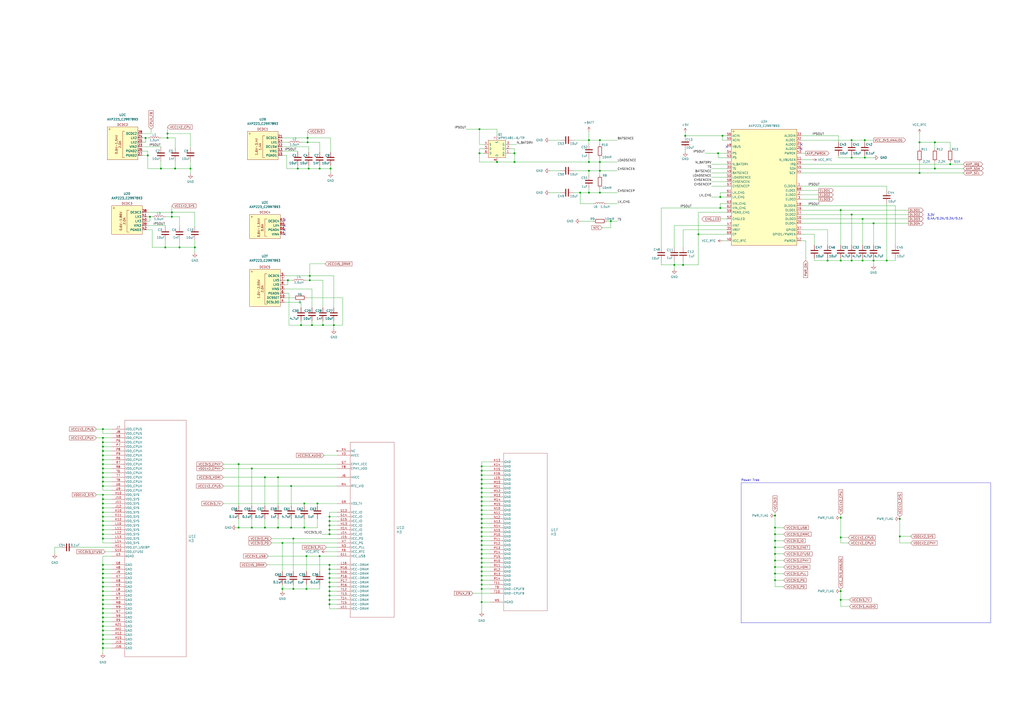
<source format=kicad_sch>
(kicad_sch (version 20250114) (generator "eeschema") (generator_version "9.0")
  (paper "A2")
  (rectangle (start 429.895 280.035) (end 574.675 361.315))
  (text "3.3V\n0.4A/0.2A/0.2A/0.1A\n" (at 537.845 127.635 0) (effects (font (size 1.27 1.27)) (justify left bottom)))
  (text "Power Tree" (at 429.895 279.4 0) (effects (font (size 1.27 1.27)) (justify left bottom)))
  (junction (at 184.15 292.1))
  (junction (at 279.4 326.39))
  (junction (at 110.49 97.79))
  (junction (at 279.4 306.07))
  (junction (at 191.135 337.82))
  (junction (at 449.58 317.5))
  (junction (at 59.69 350.52))
  (junction (at 59.69 307.34))
  (junction (at 59.69 256.54))
  (junction (at 449.58 325.12))
  (junction (at 178.435 80.01))
  (junction (at 179.705 162.56))
  (junction (at 449.58 332.74))
  (junction (at 59.69 363.22))
  (junction (at 97.155 77.47))
  (junction (at 59.69 335.28))
  (junction (at 59.69 345.44))
  (junction (at 146.05 271.78))
  (junction (at 279.4 278.13))
  (junction (at 191.135 335.28))
  (junction (at 417.83 120.65))
  (junction (at 178.435 82.55))
  (junction (at 279.4 321.31))
  (junction (at 179.705 160.02))
  (junction (at 59.69 330.2))
  (junction (at 347.98 93.98))
  (junction (at 506.73 151.13))
  (junction (at 93.345 97.79))
  (junction (at 417.83 114.3))
  (junction (at 59.69 312.42))
  (junction (at 85.725 90.17))
  (junction (at 170.18 312.42))
  (junction (at 279.4 283.21))
  (junction (at 168.91 281.94))
  (junction (at 487.68 151.13))
  (junction (at 279.4 316.23))
  (junction (at 191.135 302.26))
  (junction (at 494.03 81.28))
  (junction (at 59.69 365.76))
  (junction (at 341.63 99.06))
  (junction (at 449.58 328.93))
  (junction (at 179.07 97.79))
  (junction (at 279.4 334.01))
  (junction (at 59.69 269.24))
  (junction (at 341.63 111.76))
  (junction (at 104.14 143.51))
  (junction (at 59.69 281.94))
  (junction (at 500.38 151.13))
  (junction (at 191.135 309.88))
  (junction (at 59.69 353.06))
  (junction (at 279.4 349.25))
  (junction (at 494.03 91.44))
  (junction (at 59.69 289.56))
  (junction (at 191.135 304.8))
  (junction (at 391.16 153.67))
  (junction (at 449.58 336.55))
  (junction (at 59.69 327.66))
  (junction (at 59.69 373.38))
  (junction (at 168.91 306.07))
  (junction (at 101.6 97.79))
  (junction (at 59.69 299.72))
  (junction (at 59.69 294.64))
  (junction (at 487.68 342.9))
  (junction (at 341.63 81.28))
  (junction (at 416.56 88.9))
  (junction (at 153.67 306.07))
  (junction (at 59.69 368.3))
  (junction (at 161.29 276.86))
  (junction (at 279.4 318.77))
  (junction (at 59.69 266.7))
  (junction (at 501.65 81.28))
  (junction (at 59.69 292.1))
  (junction (at 177.8 341.63))
  (junction (at 185.42 97.79))
  (junction (at 191.135 345.44))
  (junction (at 172.72 97.79))
  (junction (at 347.98 111.76))
  (junction (at 298.45 93.98))
  (junction (at 59.69 279.4))
  (junction (at 177.8 322.58))
  (junction (at 59.69 259.08))
  (junction (at 138.43 269.24))
  (junction (at 191.135 332.74))
  (junction (at 59.69 340.36))
  (junction (at 138.43 306.07))
  (junction (at 191.135 330.2))
  (junction (at 501.65 91.44))
  (junction (at 59.69 375.92))
  (junction (at 347.98 81.28))
  (junction (at 59.69 264.16))
  (junction (at 279.4 273.05))
  (junction (at 279.4 331.47))
  (junction (at 176.53 292.1))
  (junction (at 487.68 311.785))
  (junction (at 174.625 188.595))
  (junction (at 59.69 355.6))
  (junction (at 533.4 82.55))
  (junction (at 59.69 337.82))
  (junction (at 86.995 125.73))
  (junction (at 405.13 135.89))
  (junction (at 542.29 97.79))
  (junction (at 279.4 308.61))
  (junction (at 487.68 121.92))
  (junction (at 494.03 151.13))
  (junction (at 97.155 80.01))
  (junction (at 279.4 328.93))
  (junction (at 279.4 290.83))
  (junction (at 533.4 100.33))
  (junction (at 449.58 299.085))
  (junction (at 279.4 275.59))
  (junction (at 279.4 336.55))
  (junction (at 347.98 99.06))
  (junction (at 298.45 88.9))
  (junction (at 279.4 298.45))
  (junction (at 279.4 270.51))
  (junction (at 341.63 93.98))
  (junction (at 354.33 128.27))
  (junction (at 180.975 188.595))
  (junction (at 449.58 306.07))
  (junction (at 146.05 306.07))
  (junction (at 59.69 287.02))
  (junction (at 279.4 341.63))
  (junction (at 191.135 342.9))
  (junction (at 449.58 321.31))
  (junction (at 163.83 314.96))
  (junction (at 191.135 347.98))
  (junction (at 449.58 313.69))
  (junction (at 487.68 300.355))
  (junction (at 191.77 97.79))
  (junction (at 59.69 309.88))
  (junction (at 163.83 341.63))
  (junction (at 278.13 74.93))
  (junction (at 279.4 295.91))
  (junction (at 59.69 261.62))
  (junction (at 397.51 78.74))
  (junction (at 191.135 307.34))
  (junction (at 84.455 80.01))
  (junction (at 59.69 332.74))
  (junction (at 279.4 313.69))
  (junction (at 279.4 300.99))
  (junction (at 176.53 306.07))
  (junction (at 279.4 288.29))
  (junction (at 59.69 358.14))
  (junction (at 99.695 123.19))
  (junction (at 336.55 111.76))
  (junction (at 99.695 125.73))
  (junction (at 59.69 304.8))
  (junction (at 193.675 188.595))
  (junction (at 279.4 303.53))
  (junction (at 191.135 327.66))
  (junction (at 59.69 302.26))
  (junction (at 514.35 151.13))
  (junction (at 95.885 143.51))
  (junction (at 396.24 153.67))
  (junction (at 167.005 162.56))
  (junction (at 487.68 347.98))
  (junction (at 506.73 129.54))
  (junction (at 279.4 339.09))
  (junction (at 288.29 93.98))
  (junction (at 494.03 124.46))
  (junction (at 521.97 311.15))
  (junction (at 59.69 271.78))
  (junction (at 187.325 188.595))
  (junction (at 551.18 95.25))
  (junction (at 59.69 342.9))
  (junction (at 153.67 276.86))
  (junction (at 521.97 300.99))
  (junction (at 59.69 347.98))
  (junction (at 185.42 322.58))
  (junction (at 191.135 340.36))
  (junction (at 191.135 299.72))
  (junction (at 419.1 78.74))
  (junction (at 59.69 370.84))
  (junction (at 542.29 82.55))
  (junction (at 278.13 88.9))
  (junction (at 279.4 293.37))
  (junction (at 59.69 276.86))
  (junction (at 170.18 341.63))
  (junction (at 480.06 151.13))
  (junction (at 500.38 127))
  (junction (at 279.4 280.67))
  (junction (at 59.69 360.68))
  (junction (at 59.69 274.32))
  (junction (at 191.135 350.52))
  (junction (at 113.03 143.51))
  (junction (at 449.58 309.88))
  (junction (at 59.69 254))
  (junction (at 161.29 306.07))
  (junction (at 279.4 285.75))
  (junction (at 279.4 323.85))
  (junction (at 59.69 297.18))
  (junction (at 279.4 311.15))
  (junction (at 59.69 248.92))
  (no_connect (at 421.64 85.09))
  (no_connect (at 165.1 133.35))
  (no_connect (at 464.82 83.82))
  (no_connect (at 464.82 86.36))
  (no_connect (at 165.1 127.635))
  (no_connect (at 165.1 135.89))
  (no_connect (at 165.1 130.81))
  (wire (pts (xy 279.4 270.51) (xy 279.4 273.05)))
  (wire (pts (xy 279.4 349.25) (xy 279.4 341.63)))
  (wire (pts (xy 383.54 151.13) (xy 383.54 153.67)))
  (wire (pts (xy 163.83 341.63) (xy 170.18 341.63)))
  (wire (pts (xy 412.75 100.33) (xy 421.64 100.33)))
  (wire (pts (xy 186.69 309.88) (xy 191.135 309.88)))
  (wire (pts (xy 396.24 133.35) (xy 396.24 143.51)))
  (wire (pts (xy 138.43 300.99) (xy 138.43 306.07)))
  (wire (pts (xy 59.69 335.28) (xy 64.77 335.28)))
  (wire (pts (xy 184.15 300.99) (xy 184.15 306.07)))
  (wire (pts (xy 59.69 266.7) (xy 64.77 266.7)))
  (wire (pts (xy 454.66 317.5) (xy 449.58 317.5)))
  (wire (pts (xy 31.75 317.5) (xy 35.56 317.5)))
  (wire (pts (xy 279.4 336.55) (xy 279.4 339.09)))
  (wire (pts (xy 391.16 151.13) (xy 391.16 153.67)))
  (wire (pts (xy 59.69 264.16) (xy 64.77 264.16)))
  (wire (pts (xy 59.69 289.56) (xy 59.69 292.1)))
  (wire (pts (xy 179.705 160.02) (xy 193.675 160.02)))
  (wire (pts (xy 279.4 295.91) (xy 279.4 298.45)))
  (wire (pts (xy 59.69 347.98) (xy 59.69 350.52)))
  (wire (pts (xy 279.4 326.39) (xy 284.48 326.39)))
  (wire (pts (xy 449.58 321.31) (xy 454.66 321.31)))
  (wire (pts (xy 59.69 248.92) (xy 64.77 248.92)))
  (wire (pts (xy 59.69 330.2) (xy 64.77 330.2)))
  (wire (pts (xy 59.69 345.44) (xy 59.69 347.98)))
  (wire (pts (xy 542.29 82.55) (xy 542.29 86.36)))
  (wire (pts (xy 59.69 347.98) (xy 64.77 347.98)))
  (wire (pts (xy 146.05 306.07) (xy 138.43 306.07)))
  (wire (pts (xy 500.38 151.13) (xy 506.73 151.13)))
  (wire (pts (xy 279.4 334.01) (xy 279.4 336.55)))
  (wire (pts (xy 180.975 167.64) (xy 180.975 178.435)))
  (wire (pts (xy 165.1 172.72) (xy 170.18 172.72)))
  (wire (pts (xy 279.4 341.63) (xy 279.4 339.09)))
  (wire (pts (xy 486.41 90.17) (xy 486.41 91.44)))
  (wire (pts (xy 95.885 131.445) (xy 95.885 130.81)))
  (wire (pts (xy 279.4 280.67) (xy 284.48 280.67)))
  (wire (pts (xy 332.74 81.28) (xy 341.63 81.28)))
  (wire (pts (xy 521.97 300.99) (xy 521.97 299.72)))
  (wire (pts (xy 347.98 91.44) (xy 347.98 93.98)))
  (wire (pts (xy 279.4 334.01) (xy 284.48 334.01)))
  (wire (pts (xy 318.77 111.76) (xy 325.12 111.76)))
  (wire (pts (xy 59.69 307.34) (xy 64.77 307.34)))
  (wire (pts (xy 179.07 97.79) (xy 185.42 97.79)))
  (wire (pts (xy 270.51 74.93) (xy 278.13 74.93)))
  (wire (pts (xy 295.91 86.36) (xy 298.45 86.36)))
  (wire (pts (xy 59.69 330.2) (xy 59.69 332.74)))
  (wire (pts (xy 383.54 153.67) (xy 391.16 153.67)))
  (wire (pts (xy 279.4 308.61) (xy 284.48 308.61)))
  (wire (pts (xy 341.63 91.44) (xy 341.63 93.98)))
  (wire (pts (xy 59.69 302.26) (xy 59.69 304.8)))
  (wire (pts (xy 279.4 278.13) (xy 284.48 278.13)))
  (wire (pts (xy 59.69 373.38) (xy 59.69 375.92)))
  (wire (pts (xy 191.135 353.06) (xy 191.135 350.52)))
  (wire (pts (xy 170.18 312.42) (xy 170.18 331.47)))
  (wire (pts (xy 449.58 313.69) (xy 454.66 313.69)))
  (wire (pts (xy 341.63 81.28) (xy 347.98 81.28)))
  (wire (pts (xy 179.705 160.02) (xy 165.1 160.02)))
  (wire (pts (xy 494.03 81.28) (xy 501.65 81.28)))
  (wire (pts (xy 101.6 97.79) (xy 110.49 97.79)))
  (wire (pts (xy 279.4 298.45) (xy 279.4 300.99)))
  (wire (pts (xy 419.1 78.74) (xy 419.1 81.28)))
  (wire (pts (xy 279.4 331.47) (xy 284.48 331.47)))
  (wire (pts (xy 191.135 302.26) (xy 195.58 302.26)))
  (wire (pts (xy 464.82 88.9) (xy 467.36 88.9)))
  (wire (pts (xy 533.4 82.55) (xy 533.4 86.36)))
  (wire (pts (xy 416.56 88.9) (xy 416.56 91.44)))
  (wire (pts (xy 279.4 295.91) (xy 284.48 295.91)))
  (wire (pts (xy 97.155 77.47) (xy 110.49 77.47)))
  (wire (pts (xy 189.23 317.5) (xy 195.58 317.5)))
  (wire (pts (xy 163.83 82.55) (xy 167.005 82.55)))
  (wire (pts (xy 279.4 318.77) (xy 284.48 318.77)))
  (wire (pts (xy 279.4 323.85) (xy 284.48 323.85)))
  (wire (pts (xy 408.94 88.9) (xy 416.56 88.9)))
  (wire (pts (xy 59.69 314.96) (xy 64.77 314.96)))
  (wire (pts (xy 179.705 162.56) (xy 187.325 162.56)))
  (wire (pts (xy 405.13 153.67) (xy 396.24 153.67)))
  (wire (pts (xy 93.345 85.725) (xy 93.345 85.09)))
  (wire (pts (xy 59.69 355.6) (xy 64.77 355.6)))
  (wire (pts (xy 177.8 341.63) (xy 185.42 341.63)))
  (wire (pts (xy 487.68 121.92) (xy 487.68 142.24)))
  (wire (pts (xy 298.45 88.9) (xy 298.45 93.98)))
  (wire (pts (xy 59.69 370.84) (xy 59.69 373.38)))
  (wire (pts (xy 191.135 304.8) (xy 191.135 307.34)))
  (wire (pts (xy 176.53 292.1) (xy 176.53 293.37)))
  (wire (pts (xy 165.1 165.1) (xy 167.005 165.1)))
  (wire (pts (xy 59.69 350.52) (xy 64.77 350.52)))
  (wire (pts (xy 449.58 317.5) (xy 449.58 313.69)))
  (wire (pts (xy 59.69 254) (xy 64.77 254)))
  (wire (pts (xy 318.77 81.28) (xy 325.12 81.28)))
  (wire (pts (xy 59.69 363.22) (xy 64.77 363.22)))
  (wire (pts (xy 59.69 274.32) (xy 64.77 274.32)))
  (wire (pts (xy 279.4 278.13) (xy 279.4 280.67)))
  (wire (pts (xy 279.4 283.21) (xy 279.4 285.75)))
  (wire (pts (xy 341.63 81.28) (xy 341.63 83.82)))
  (wire (pts (xy 59.69 360.68) (xy 64.77 360.68)))
  (wire (pts (xy 494.03 151.13) (xy 500.38 151.13)))
  (wire (pts (xy 279.4 306.07) (xy 284.48 306.07)))
  (wire (pts (xy 279.4 326.39) (xy 279.4 328.93)))
  (wire (pts (xy 391.16 130.81) (xy 391.16 143.51)))
  (wire (pts (xy 279.4 267.97) (xy 279.4 270.51)))
  (wire (pts (xy 59.69 287.02) (xy 64.77 287.02)))
  (wire (pts (xy 95.885 139.065) (xy 95.885 143.51)))
  (wire (pts (xy 521.97 314.96) (xy 521.97 311.15)))
  (wire (pts (xy 59.69 266.7) (xy 59.69 269.24)))
  (wire (pts (xy 347.98 109.22) (xy 347.98 111.76)))
  (wire (pts (xy 278.13 83.82) (xy 280.67 83.82)))
  (wire (pts (xy 88.265 133.35) (xy 88.265 143.51)))
  (wire (pts (xy 412.75 95.25) (xy 421.64 95.25)))
  (wire (pts (xy 391.16 153.67) (xy 391.16 156.21)))
  (wire (pts (xy 146.05 271.78) (xy 195.58 271.78)))
  (wire (pts (xy 494.03 124.46) (xy 527.05 124.46)))
  (wire (pts (xy 467.36 151.13) (xy 467.36 139.7)))
  (wire (pts (xy 195.58 353.06) (xy 191.135 353.06)))
  (wire (pts (xy 59.69 304.8) (xy 59.69 307.34)))
  (wire (pts (xy 88.265 133.35) (xy 85.09 133.35)))
  (wire (pts (xy 464.82 124.46) (xy 494.03 124.46)))
  (wire (pts (xy 59.69 345.44) (xy 64.77 345.44)))
  (wire (pts (xy 506.73 91.44) (xy 501.65 91.44)))
  (wire (pts (xy 279.4 308.61) (xy 279.4 311.15)))
  (wire (pts (xy 449.58 336.55) (xy 454.66 336.55)))
  (wire (pts (xy 464.82 97.79) (xy 542.29 97.79)))
  (wire (pts (xy 279.4 303.53) (xy 284.48 303.53)))
  (wire (pts (xy 180.975 188.595) (xy 187.325 188.595)))
  (wire (pts (xy 347.98 81.28) (xy 347.98 83.82)))
  (wire (pts (xy 454.66 328.93) (xy 449.58 328.93)))
  (wire (pts (xy 157.48 312.42) (xy 170.18 312.42)))
  (wire (pts (xy 464.82 100.33) (xy 533.4 100.33)))
  (wire (pts (xy 279.4 273.05) (xy 279.4 275.59)))
  (wire (pts (xy 279.4 275.59) (xy 279.4 278.13)))
  (wire (pts (xy 551.18 86.36) (xy 551.18 82.55)))
  (wire (pts (xy 412.75 97.79) (xy 421.64 97.79)))
  (wire (pts (xy 185.42 322.58) (xy 185.42 331.47)))
  (wire (pts (xy 177.8 322.58) (xy 185.42 322.58)))
  (wire (pts (xy 191.77 95.885) (xy 191.77 97.79)))
  (wire (pts (xy 494.03 149.86) (xy 494.03 151.13)))
  (wire (pts (xy 449.58 309.88) (xy 454.66 309.88)))
  (wire (pts (xy 336.55 111.76) (xy 341.63 111.76)))
  (wire (pts (xy 279.4 323.85) (xy 279.4 326.39)))
  (wire (pts (xy 59.69 368.3) (xy 64.77 368.3)))
  (wire (pts (xy 405.13 135.89) (xy 405.13 153.67)))
  (wire (pts (xy 191.135 347.98) (xy 191.135 345.44)))
  (wire (pts (xy 279.4 290.83) (xy 284.48 290.83)))
  (wire (pts (xy 279.4 290.83) (xy 279.4 293.37)))
  (wire (pts (xy 449.58 306.07) (xy 449.58 309.88)))
  (wire (pts (xy 191.135 299.72) (xy 191.135 302.26)))
  (wire (pts (xy 59.69 294.64) (xy 64.77 294.64)))
  (wire (pts (xy 59.69 358.14) (xy 64.77 358.14)))
  (wire (pts (xy 174.625 188.595) (xy 180.975 188.595)))
  (wire (pts (xy 167.64 188.595) (xy 174.625 188.595)))
  (wire (pts (xy 298.45 86.36) (xy 298.45 88.9)))
  (wire (pts (xy 354.33 132.08) (xy 354.33 128.27)))
  (wire (pts (xy 487.68 300.355) (xy 487.68 311.785)))
  (wire (pts (xy 59.69 340.36) (xy 64.77 340.36)))
  (wire (pts (xy 179.705 153.035) (xy 179.705 160.02)))
  (wire (pts (xy 278.13 74.93) (xy 288.29 74.93)))
  (wire (pts (xy 449.58 317.5) (xy 449.58 321.31)))
  (wire (pts (xy 472.44 135.89) (xy 472.44 142.24)))
  (wire (pts (xy 487.68 121.92) (xy 527.05 121.92)))
  (wire (pts (xy 86.995 128.27) (xy 86.995 125.73)))
  (wire (pts (xy 464.82 127) (xy 500.38 127)))
  (wire (pts (xy 185.42 82.55) (xy 178.435 82.55)))
  (wire (pts (xy 519.43 151.13) (xy 514.35 151.13)))
  (wire (pts (xy 172.72 87.63) (xy 163.83 87.63)))
  (wire (pts (xy 187.325 186.055) (xy 187.325 188.595)))
  (wire (pts (xy 193.675 188.595) (xy 193.675 191.135)))
  (wire (pts (xy 185.42 322.58) (xy 195.58 322.58)))
  (wire (pts (xy 332.74 111.76) (xy 336.55 111.76)))
  (wire (pts (xy 85.09 123.19) (xy 99.695 123.19)))
  (wire (pts (xy 449.58 297.18) (xy 449.58 299.085)))
  (wire (pts (xy 154.94 327.66) (xy 191.135 327.66)))
  (wire (pts (xy 185.42 339.09) (xy 185.42 341.63)))
  (wire (pts (xy 97.155 80.01) (xy 93.345 80.01)))
  (wire (pts (xy 347.98 81.28) (xy 358.14 81.28)))
  (wire (pts (xy 191.135 340.36) (xy 195.58 340.36)))
  (wire (pts (xy 487.68 347.98) (xy 487.68 342.9)))
  (wire (pts (xy 165.1 170.18) (xy 167.64 170.18)))
  (wire (pts (xy 417.83 118.11) (xy 417.83 120.65)))
  (wire (pts (xy 146.05 300.99) (xy 146.05 306.07)))
  (wire (pts (xy 191.135 330.2) (xy 191.135 327.66)))
  (wire (pts (xy 59.69 292.1) (xy 64.77 292.1)))
  (wire (pts (xy 59.69 322.58) (xy 59.69 327.66)))
  (wire (pts (xy 521.97 311.15) (xy 521.97 300.99)))
  (wire (pts (xy 279.4 293.37) (xy 279.4 295.91)))
  (wire (pts (xy 59.69 261.62) (xy 59.69 264.16)))
  (wire (pts (xy 341.63 93.98) (xy 347.98 93.98)))
  (wire (pts (xy 280.67 88.9) (xy 278.13 88.9)))
  (wire (pts (xy 501.65 90.17) (xy 501.65 91.44)))
  (wire (pts (xy 191.135 297.18) (xy 191.135 299.72)))
  (wire (pts (xy 187.96 264.16) (xy 195.58 264.16)))
  (wire (pts (xy 163.83 90.17) (xy 166.37 90.17)))
  (wire (pts (xy 185.42 95.885) (xy 185.42 97.79)))
  (wire (pts (xy 138.43 269.24) (xy 195.58 269.24)))
  (wire (pts (xy 421.64 133.35) (xy 396.24 133.35)))
  (wire (pts (xy 279.4 273.05) (xy 284.48 273.05)))
  (wire (pts (xy 174.625 186.055) (xy 174.625 188.595)))
  (wire (pts (xy 412.75 105.41) (xy 421.64 105.41)))
  (wire (pts (xy 59.69 274.32) (xy 59.69 276.86)))
  (wire (pts (xy 84.455 82.55) (xy 84.455 80.01)))
  (wire (pts (xy 494.03 124.46) (xy 494.03 142.24)))
  (wire (pts (xy 176.53 306.07) (xy 168.91 306.07)))
  (wire (pts (xy 55.88 287.02) (xy 59.69 287.02)))
  (wire (pts (xy 165.1 162.56) (xy 167.005 162.56)))
  (wire (pts (xy 417.83 111.76) (xy 417.83 114.3)))
  (wire (pts (xy 163.83 341.63) (xy 163.83 342.9)))
  (wire (pts (xy 421.64 130.81) (xy 391.16 130.81)))
  (wire (pts (xy 396.24 153.67) (xy 391.16 153.67)))
  (wire (pts (xy 129.54 281.94) (xy 168.91 281.94)))
  (wire (pts (xy 59.69 337.82) (xy 59.69 340.36)))
  (wire (pts (xy 279.4 311.15) (xy 279.4 313.69)))
  (wire (pts (xy 397.51 76.835) (xy 397.51 78.74)))
  (wire (pts (xy 59.69 256.54) (xy 64.77 256.54)))
  (wire (pts (xy 84.455 80.01) (xy 85.725 80.01)))
  (wire (pts (xy 99.695 119.38) (xy 99.695 123.19)))
  (wire (pts (xy 551.18 95.25) (xy 558.8 95.25)))
  (wire (pts (xy 87.63 77.47) (xy 82.55 77.47)))
  (wire (pts (xy 405.13 135.89) (xy 421.64 135.89)))
  (wire (pts (xy 533.4 100.33) (xy 558.8 100.33)))
  (wire (pts (xy 279.4 336.55) (xy 284.48 336.55)))
  (wire (pts (xy 187.325 162.56) (xy 187.325 178.435)))
  (wire (pts (xy 279.4 341.63) (xy 284.48 341.63)))
  (wire (pts (xy 170.18 341.63) (xy 177.8 341.63)))
  (wire (pts (xy 59.69 375.92) (xy 64.77 375.92)))
  (wire (pts (xy 421.64 78.74) (xy 419.1 78.74)))
  (wire (pts (xy 486.41 91.44) (xy 494.03 91.44)))
  (wire (pts (xy 166.37 97.79) (xy 172.72 97.79)))
  (wire (pts (xy 59.69 279.4) (xy 59.69 281.94)))
  (wire (pts (xy 59.69 279.4) (xy 64.77 279.4)))
  (wire (pts (xy 341.63 111.76) (xy 347.98 111.76)))
  (wire (pts (xy 168.91 281.94) (xy 195.58 281.94)))
  (wire (pts (xy 542.29 82.55) (xy 533.4 82.55)))
  (wire (pts (xy 191.77 88.265) (xy 191.77 80.01)))
  (wire (pts (xy 163.83 314.96) (xy 195.58 314.96)))
  (wire (pts (xy 95.885 143.51) (xy 104.14 143.51)))
  (wire (pts (xy 347.98 93.98) (xy 358.14 93.98)))
  (wire (pts (xy 59.69 302.26) (xy 64.77 302.26)))
  (wire (pts (xy 187.325 188.595) (xy 193.675 188.595)))
  (wire (pts (xy 161.29 276.86) (xy 195.58 276.86)))
  (wire (pts (xy 551.18 82.55) (xy 542.29 82.55)))
  (wire (pts (xy 193.675 160.02) (xy 193.675 178.435)))
  (wire (pts (xy 177.8 322.58) (xy 177.8 331.47)))
  (wire (pts (xy 178.435 80.01) (xy 178.435 82.55)))
  (wire (pts (xy 113.03 139.065) (xy 113.03 143.51)))
  (wire (pts (xy 31.75 321.31) (xy 31.75 317.5)))
  (wire (pts (xy 519.43 119.38) (xy 519.43 142.24)))
  (wire (pts (xy 178.435 76.2) (xy 178.435 80.01)))
  (wire (pts (xy 165.1 167.64) (xy 180.975 167.64)))
  (wire (pts (xy 185.42 97.79) (xy 191.77 97.79)))
  (wire (pts (xy 161.29 306.07) (xy 153.67 306.07)))
  (wire (pts (xy 279.4 275.59) (xy 284.48 275.59)))
  (wire (pts (xy 166.37 90.17) (xy 166.37 97.79)))
  (wire (pts (xy 279.4 313.69) (xy 284.48 313.69)))
  (wire (pts (xy 279.4 328.93) (xy 284.48 328.93)))
  (wire (pts (xy 417.83 127) (xy 421.64 127)))
  (wire (pts (xy 351.79 128.27) (xy 354.33 128.27)))
  (wire (pts (xy 87.63 74.93) (xy 87.63 77.47)))
  (wire (pts (xy 191.135 335.28) (xy 191.135 332.74)))
  (wire (pts (xy 332.74 99.06) (xy 341.63 99.06)))
  (wire (pts (xy 279.4 306.07) (xy 279.4 308.61)))
  (wire (pts (xy 43.18 317.5) (xy 64.77 317.5)))
  (wire (pts (xy 506.73 151.13) (xy 514.35 151.13)))
  (wire (pts (xy 165.1 175.26) (xy 174.625 175.26)))
  (wire (pts (xy 412.75 102.87) (xy 421.64 102.87)))
  (wire (pts (xy 59.69 350.52) (xy 59.69 353.06)))
  (wire (pts (xy 280.67 86.36) (xy 278.13 86.36)))
  (wire (pts (xy 279.4 300.99) (xy 284.48 300.99)))
  (wire (pts (xy 480.06 149.86) (xy 480.06 151.13)))
  (wire (pts (xy 59.69 368.3) (xy 59.69 370.84)))
  (wire (pts (xy 93.345 97.79) (xy 101.6 97.79)))
  (wire (pts (xy 464.82 129.54) (xy 506.73 129.54)))
  (wire (pts (xy 318.77 99.06) (xy 325.12 99.06)))
  (wire (pts (xy 191.135 337.82) (xy 195.58 337.82)))
  (wire (pts (xy 59.69 276.86) (xy 59.69 279.4)))
  (wire (pts (xy 501.65 81.28) (xy 506.73 81.28)))
  (wire (pts (xy 59.69 353.06) (xy 64.77 353.06)))
  (wire (pts (xy 104.14 131.445) (xy 104.14 125.73)))
  (wire (pts (xy 55.88 248.92) (xy 59.69 248.92)))
  (wire (pts (xy 60.96 320.04) (xy 64.77 320.04)))
  (wire (pts (xy 383.54 120.65) (xy 417.83 120.65)))
  (wire (pts (xy 59.69 304.8) (xy 64.77 304.8)))
  (wire (pts (xy 59.69 353.06) (xy 59.69 355.6)))
  (wire (pts (xy 288.29 74.93) (xy 288.29 78.74)))
  (wire (pts (xy 464.82 78.74) (xy 486.41 78.74)))
  (wire (pts (xy 191.135 342.9) (xy 191.135 340.36)))
  (wire (pts (xy 191.135 340.36) (xy 191.135 337.82)))
  (wire (pts (xy 454.66 332.74) (xy 449.58 332.74)))
  (wire (pts (xy 59.69 337.82) (xy 64.77 337.82)))
  (wire (pts (xy 93.345 85.09) (xy 82.55 85.09)))
  (wire (pts (xy 279.4 267.97) (xy 284.48 267.97)))
  (wire (pts (xy 85.725 97.79) (xy 93.345 97.79)))
  (wire (pts (xy 279.4 293.37) (xy 284.48 293.37)))
  (wire (pts (xy 59.69 375.92) (xy 59.69 379.095)))
  (wire (pts (xy 279.4 288.29) (xy 284.48 288.29)))
  (wire (pts (xy 59.69 307.34) (xy 59.69 309.88)))
  (wire (pts (xy 110.49 85.725) (xy 110.49 77.47)))
  (wire (pts (xy 104.14 143.51) (xy 113.03 143.51)))
  (wire (pts (xy 129.54 276.86) (xy 153.67 276.86)))
  (wire (pts (xy 99.695 123.19) (xy 113.03 123.19)))
  (wire (pts (xy 99.695 125.73) (xy 95.885 125.73)))
  (wire (pts (xy 472.44 149.86) (xy 472.44 151.13)))
  (wire (pts (xy 351.79 118.11) (xy 358.14 118.11)))
  (wire (pts (xy 101.6 85.725) (xy 101.6 80.01)))
  (wire (pts (xy 487.68 151.13) (xy 494.03 151.13)))
  (wire (pts (xy 59.69 294.64) (xy 59.69 297.18)))
  (wire (pts (xy 59.69 292.1) (xy 59.69 294.64)))
  (wire (pts (xy 449.58 309.88) (xy 449.58 313.69)))
  (wire (pts (xy 464.82 115.57) (xy 474.98 115.57)))
  (wire (pts (xy 163.83 80.01) (xy 178.435 80.01)))
  (wire (pts (xy 170.18 312.42) (xy 195.58 312.42)))
  (wire (pts (xy 274.32 344.17) (xy 284.48 344.17)))
  (wire (pts (xy 184.15 292.1) (xy 184.15 293.37)))
  (wire (pts (xy 163.83 85.09) (xy 179.07 85.09)))
  (wire (pts (xy 421.64 120.65) (xy 417.83 120.65)))
  (wire (pts (xy 195.58 330.2) (xy 191.135 330.2)))
  (wire (pts (xy 279.4 321.31) (xy 284.48 321.31)))
  (wire (pts (xy 533.4 93.98) (xy 533.4 100.33)))
  (wire (pts (xy 88.265 143.51) (xy 95.885 143.51)))
  (wire (pts (xy 101.6 93.345) (xy 101.6 97.79)))
  (wire (pts (xy 163.83 314.96) (xy 163.83 331.47)))
  (wire (pts (xy 163.83 339.09) (xy 163.83 341.63)))
  (wire (pts (xy 421.64 123.19) (xy 405.13 123.19)))
  (wire (pts (xy 494.03 90.17) (xy 494.03 91.44)))
  (wire (pts (xy 494.03 82.55) (xy 494.03 81.28)))
  (wire (pts (xy 155.575 322.58) (xy 177.8 322.58)))
  (wire (pts (xy 421.64 118.11) (xy 417.83 118.11)))
  (wire (pts (xy 157.48 314.96) (xy 163.83 314.96)))
  (wire (pts (xy 288.29 93.98) (xy 298.45 93.98)))
  (wire (pts (xy 168.91 300.99) (xy 168.91 306.07)))
  (wire (pts (xy 129.54 271.78) (xy 146.05 271.78)))
  (wire (pts (xy 191.135 345.44) (xy 191.135 342.9)))
  (wire (pts (xy 551.18 93.98) (xy 551.18 95.25)))
  (wire (pts (xy 295.91 83.82) (xy 299.72 83.82)))
  (wire (pts (xy 191.135 302.26) (xy 191.135 304.8)))
  (wire (pts (xy 191.135 332.74) (xy 195.58 332.74)))
  (wire (pts (xy 59.69 289.56) (xy 64.77 289.56)))
  (wire (pts (xy 487.68 149.86) (xy 487.68 151.13)))
  (wire (pts (xy 506.73 129.54) (xy 527.05 129.54)))
  (wire (pts (xy 464.82 135.89) (xy 472.44 135.89)))
  (wire (pts (xy 59.69 284.48) (xy 64.77 284.48)))
  (wire (pts (xy 85.09 125.73) (xy 86.995 125.73)))
  (wire (pts (xy 279.4 303.53) (xy 279.4 306.07)))
  (wire (pts (xy 279.4 283.21) (xy 284.48 283.21)))
  (wire (pts (xy 487.68 311.785) (xy 487.68 314.96)))
  (wire (pts (xy 82.55 80.01) (xy 84.455 80.01)))
  (wire (pts (xy 59.69 358.14) (xy 59.69 360.68)))
  (wire (pts (xy 59.69 299.72) (xy 64.77 299.72)))
  (wire (pts (xy 85.725 87.63) (xy 82.55 87.63)))
  (wire (pts (xy 278.13 74.93) (xy 278.13 83.82)))
  (wire (pts (xy 59.69 327.66) (xy 59.69 330.2)))
  (wire (pts (xy 449.58 332.74) (xy 449.58 328.93)))
  (wire (pts (xy 191.135 350.52) (xy 191.135 347.98)))
  (wire (pts (xy 97.155 73.66) (xy 97.155 77.47)))
  (wire (pts (xy 191.135 304.8) (xy 195.58 304.8)))
  (wire (pts (xy 542.29 93.98) (xy 542.29 97.79)))
  (wire (pts (xy 279.4 321.31) (xy 279.4 323.85)))
  (wire (pts (xy 85.725 87.63) (xy 85.725 90.17)))
  (wire (pts (xy 172.72 95.885) (xy 172.72 97.79)))
  (wire (pts (xy 99.695 123.19) (xy 99.695 125.73)))
  (wire (pts (xy 454.66 325.12) (xy 449.58 325.12)))
  (wire (pts (xy 59.69 271.78) (xy 64.77 271.78)))
  (wire (pts (xy 500.38 127) (xy 500.38 142.24)))
  (wire (pts (xy 279.4 316.23) (xy 284.48 316.23)))
  (wire (pts (xy 153.67 300.99) (xy 153.67 306.07)))
  (wire (pts (xy 279.4 328.93) (xy 279.4 331.47)))
  (wire (pts (xy 172.72 88.265) (xy 172.72 87.63)))
  (wire (pts (xy 416.56 88.9) (xy 421.64 88.9)))
  (wire (pts (xy 349.25 132.08) (xy 354.33 132.08)))
  (wire (pts (xy 59.69 299.72) (xy 59.69 302.26)))
  (wire (pts (xy 279.4 339.09) (xy 284.48 339.09)))
  (wire (pts (xy 279.4 316.23) (xy 279.4 318.77)))
  (wire (pts (xy 480.06 151.13) (xy 487.68 151.13)))
  (wire (pts (xy 189.23 320.04) (xy 195.58 320.04)))
  (wire (pts (xy 383.54 120.65) (xy 383.54 143.51)))
  (wire (pts (xy 64.77 251.46) (xy 59.69 251.46)))
  (wire (pts (xy 168.91 306.07) (xy 161.29 306.07)))
  (wire (pts (xy 177.8 172.72) (xy 198.755 172.72)))
  (wire (pts (xy 487.68 311.785) (xy 492.125 311.785)))
  (wire (pts (xy 177.165 162.56) (xy 179.705 162.56)))
  (wire (pts (xy 188.595 153.035) (xy 179.705 153.035)))
  (wire (pts (xy 59.69 269.24) (xy 64.77 269.24)))
  (wire (pts (xy 153.67 276.86) (xy 161.29 276.86)))
  (wire (pts (xy 449.58 306.07) (xy 454.66 306.07)))
  (wire (pts (xy 279.4 311.15) (xy 284.48 311.15)))
  (wire (pts (xy 487.68 298.45) (xy 487.68 300.355)))
  (wire (pts (xy 110.49 97.79) (xy 110.49 100.965)))
  (wire (pts (xy 185.42 88.265) (xy 185.42 82.55)))
  (wire (pts (xy 279.4 349.25) (xy 284.48 349.25)))
  (wire (pts (xy 542.29 97.79) (xy 558.8 97.79)))
  (wire (pts (xy 85.725 90.17) (xy 85.725 97.79)))
  (wire (pts (xy 59.69 264.16) (xy 59.69 266.7)))
  (wire (pts (xy 59.69 312.42) (xy 59.69 314.96)))
  (wire (pts (xy 191.77 97.79) (xy 191.77 100.33)))
  (wire (pts (xy 487.68 347.98) (xy 492.76 347.98)))
  (wire (pts (xy 500.38 149.86) (xy 500.38 151.13)))
  (wire (pts (xy 347.98 93.98) (xy 347.98 99.06)))
  (wire (pts (xy 464.82 119.38) (xy 519.43 119.38)))
  (wire (pts (xy 59.69 355.6) (xy 59.69 358.14)))
  (wire (pts (xy 146.05 271.78) (xy 146.05 293.37)))
  (wire (pts (xy 279.4 331.47) (xy 279.4 334.01)))
  (wire (pts (xy 129.54 292.1) (xy 176.53 292.1)))
  (wire (pts (xy 492.76 351.79) (xy 487.68 351.79)))
  (wire (pts (xy 347.98 111.76) (xy 358.14 111.76)))
  (wire (pts (xy 104.14 125.73) (xy 99.695 125.73)))
  (wire (pts (xy 279.4 285.75) (xy 279.4 288.29)))
  (wire (pts (xy 494.03 91.44) (xy 501.65 91.44)))
  (wire (pts (xy 295.91 88.9) (xy 298.45 88.9)))
  (wire (pts (xy 191.135 345.44) (xy 195.58 345.44)))
  (wire (pts (xy 464.82 113.03) (xy 474.98 113.03)))
  (wire (pts (xy 193.675 186.055) (xy 193.675 188.595)))
  (wire (pts (xy 191.135 335.28) (xy 195.58 335.28)))
  (wire (pts (xy 464.82 121.92) (xy 487.68 121.92)))
  (wire (pts (xy 347.98 99.06) (xy 347.98 101.6)))
  (wire (pts (xy 405.13 123.19) (xy 405.13 135.89)))
  (wire (pts (xy 533.4 77.47) (xy 533.4 82.55)))
  (wire (pts (xy 168.91 281.94) (xy 168.91 293.37)))
  (wire (pts (xy 336.55 118.11) (xy 336.55 111.76)))
  (wire (pts (xy 178.435 82.55) (xy 174.625 82.55)))
  (wire (pts (xy 514.35 118.11) (xy 514.35 151.13)))
  (wire (pts (xy 487.68 351.79) (xy 487.68 347.98)))
  (wire (pts (xy 59.69 276.86) (xy 64.77 276.86)))
  (wire (pts (xy 480.06 133.35) (xy 480.06 142.24)))
  (wire (pts (xy 178.435 80.01) (xy 191.77 80.01)))
  (wire (pts (xy 341.63 99.06) (xy 347.98 99.06)))
  (wire (pts (xy 176.53 300.99) (xy 176.53 306.07)))
  (wire (pts (xy 279.4 318.77) (xy 279.4 321.31)))
  (wire (pts (xy 279.4 313.69) (xy 279.4 316.23)))
  (wire (pts (xy 177.8 339.09) (xy 177.8 341.63)))
  (wire (pts (xy 97.155 77.47) (xy 97.155 80.01)))
  (wire (pts (xy 59.69 309.88) (xy 59.69 312.42)))
  (wire (pts (xy 464.82 95.25) (xy 551.18 95.25)))
  (wire (pts (xy 500.38 127) (xy 527.05 127)))
  (wire (pts (xy 396.24 151.13) (xy 396.24 153.67)))
  (wire (pts (xy 161.29 300.99) (xy 161.29 306.07)))
  (wire (pts (xy 137.16 306.07) (xy 138.43 306.07)))
  (wire (pts (xy 64.77 322.58) (xy 59.69 322.58)))
  (wire (pts (xy 179.07 95.885) (xy 179.07 97.79)))
  (wire (pts (xy 486.41 78.74) (xy 486.41 82.55)))
  (wire (pts (xy 59.69 332.74) (xy 64.77 332.74)))
  (wire (pts (xy 279.4 280.67) (xy 279.4 283.21)))
  (wire (pts (xy 59.69 365.76) (xy 64.77 365.76)))
  (wire (pts (xy 59.69 256.54) (xy 59.69 259.08)))
  (wire (pts (xy 184.15 306.07) (xy 176.53 306.07)))
  (wire (pts (xy 191.135 307.34) (xy 195.58 307.34)))
  (wire (pts (xy 449.58 328.93) (xy 449.58 325.12)))
  (wire (pts (xy 59.69 309.88) (xy 64.77 309.88)))
  (wire (pts (xy 501.65 82.55) (xy 501.65 81.28)))
  (wire (pts (xy 449.58 325.12) (xy 449.58 321.31)))
  (wire (pts (xy 129.54 269.24) (xy 138.43 269.24)))
  (wire (pts (xy 82.55 82.55) (xy 84.455 82.55)))
  (wire (pts (xy 59.69 271.78) (xy 59.69 274.32)))
  (wire (pts (xy 59.69 342.9) (xy 59.69 345.44)))
  (wire (pts (xy 180.975 186.055) (xy 180.975 188.595)))
  (wire (pts (xy 279.4 270.51) (xy 284.48 270.51)))
  (wire (pts (xy 59.69 254) (xy 59.69 256.54)))
  (wire (pts (xy 59.69 360.68) (xy 59.69 363.22)))
  (wire (pts (xy 59.69 335.28) (xy 59.69 337.82)))
  (wire (pts (xy 86.995 125.73) (xy 88.265 125.73)))
  (wire (pts (xy 419.1 139.7) (xy 421.64 139.7)))
  (wire (pts (xy 298.45 93.98) (xy 341.63 93.98)))
  (wire (pts (xy 59.69 297.18) (xy 59.69 299.72)))
  (wire (pts (xy 59.69 365.76) (xy 59.69 368.3)))
  (wire (pts (xy 449.58 340.36) (xy 449.58 336.55)))
  (wire (pts (xy 278.13 93.98) (xy 288.29 93.98)))
  (wire (pts (xy 336.55 128.27) (xy 344.17 128.27)))
  (wire (pts (xy 514.35 107.95) (xy 514.35 110.49)))
  (wire (pts (xy 449.58 336.55) (xy 449.58 332.74)))
  (wire (pts (xy 172.72 97.79) (xy 179.07 97.79)))
  (wire (pts (xy 55.88 254) (xy 59.69 254)))
  (wire (pts (xy 191.135 337.82) (xy 191.135 335.28)))
  (wire (pts (xy 101.6 80.01) (xy 97.155 80.01)))
  (wire (pts (xy 59.69 259.08) (xy 64.77 259.08)))
  (wire (pts (xy 138.43 269.24) (xy 138.43 293.37)))
  (wire (pts (xy 449.58 299.085) (xy 449.58 306.07)))
  (wire (pts (xy 174.625 175.26) (xy 174.625 178.435)))
  (wire (pts (xy 341.63 76.2) (xy 341.63 81.28)))
  (wire (pts (xy 104.14 139.065) (xy 104.14 143.51)))
  (wire (pts (xy 59.69 373.38) (xy 64.77 373.38)))
  (wire (pts (xy 347.98 99.06) (xy 358.14 99.06)))
  (wire (pts (xy 279.4 300.99) (xy 279.4 303.53)))
  (wire (pts (xy 82.55 90.17) (xy 85.725 90.17)))
  (wire (pts (xy 179.705 162.56) (xy 179.705 160.02)))
  (wire (pts (xy 344.17 118.11) (xy 336.55 118.11)))
  (wire (pts (xy 59.69 312.42) (xy 64.77 312.42)))
  (wire (pts (xy 59.69 297.18) (xy 64.77 297.18)))
  (wire (pts (xy 464.82 81.28) (xy 494.03 81.28)))
  (wire (pts (xy 167.005 162.56) (xy 169.545 162.56)))
  (wire (pts (xy 176.53 292.1) (xy 184.15 292.1)))
  (wire (pts (xy 506.73 151.13) (xy 506.73 153.67)))
  (wire (pts (xy 59.69 332.74) (xy 59.69 335.28)))
  (wire (pts (xy 279.4 285.75) (xy 284.48 285.75)))
  (wire (pts (xy 59.69 327.66) (xy 64.77 327.66)))
  (wire (pts (xy 59.69 281.94) (xy 59.69 284.48)))
  (wire (pts (xy 421.64 91.44) (xy 416.56 91.44)))
  (wire (pts (xy 528.32 311.15) (xy 521.97 311.15)))
  (wire (pts (xy 184.15 292.1) (xy 195.58 292.1)))
  (wire (pts (xy 191.135 299.72) (xy 195.58 299.72)))
  (wire (pts (xy 279.4 298.45) (xy 284.48 298.45)))
  (wire (pts (xy 191.135 347.98) (xy 195.58 347.98)))
  (wire (pts (xy 421.64 111.76) (xy 417.83 111.76)))
  (wire (pts (xy 191.135 309.88) (xy 195.58 309.88)))
  (wire (pts (xy 198.755 172.72) (xy 198.755 188.595)))
  (wire (pts (xy 59.69 370.84) (xy 64.77 370.84)))
  (wire (pts (xy 354.33 128.27) (xy 358.14 128.27)))
  (wire (pts (xy 59.69 269.24) (xy 59.69 271.78)))
  (wire (pts (xy 59.69 261.62) (xy 64.77 261.62)))
  (wire (pts (xy 454.66 340.36) (xy 449.58 340.36)))
  (wire (pts (xy 191.135 327.66) (xy 195.58 327.66)))
  (wire (pts (xy 464.82 133.35) (xy 480.06 133.35)))
  (wire (pts (xy 59.69 342.9) (xy 64.77 342.9)))
  (wire (pts (xy 153.67 276.86) (xy 153.67 293.37)))
  (wire (pts (xy 397.51 78.74) (xy 419.1 78.74)))
  (wire (pts (xy 464.82 110.49) (xy 474.98 110.49)))
  (wire (pts (xy 85.09 128.27) (xy 86.995 128.27)))
  (wire (pts (xy 279.4 354.965) (xy 279.4 349.25)))
  (wire (pts (xy 419.1 81.28) (xy 421.64 81.28)))
  (wire (pts (xy 506.73 149.86) (xy 506.73 151.13)))
  (wire (pts (xy 161.29 293.37) (xy 161.29 276.86)))
  (wire (pts (xy 191.135 297.18) (xy 195.58 297.18)))
  (wire (pts (xy 412.75 114.3) (xy 417.83 114.3)))
  (wire (pts (xy 191.135 350.52) (xy 195.58 350.52)))
  (wire (pts (xy 191.135 332.74) (xy 191.135 330.2)))
  (wire (pts (xy 113.03 143.51) (xy 113.03 146.685)))
  (wire (pts (xy 528.32 314.96) (xy 521.97 314.96)))
  (wire (pts (xy 464.82 107.95) (xy 514.35 107.95)))
  (wire (pts (xy 95.885 130.81) (xy 85.09 130.81)))
  (wire (pts (xy 464.82 92.71) (xy 471.17 92.71)))
  (wire (pts (xy 397.51 86.995) (xy 397.51 88.265)))
  (wire (pts (xy 487.68 314.96) (xy 492.125 314.96)))
  (wire (pts (xy 341.63 109.22) (xy 341.63 111.76)))
  (wire (pts (xy 191.135 342.9) (xy 195.58 342.9)))
  (wire (pts (xy 59.69 363.22) (xy 59.69 365.76)))
  (wire (pts (xy 167.64 170.18) (xy 167.64 188.595)))
  (wire (pts (xy 59.69 287.02) (xy 59.69 289.56)))
  (wire (pts (xy 506.73 129.54) (xy 506.73 142.24)))
  (wire (pts (xy 412.75 107.95) (xy 421.64 107.95)))
  (wire (pts (xy 167.005 165.1) (xy 167.005 162.56)))
  (wire (pts (xy 59.69 281.94) (xy 64.77 281.94)))
  (wire (pts (xy 110.49 93.345) (xy 110.49 97.79)))
  (wire (pts (xy 59.69 251.46) (xy 59.69 248.92)))
  (wire (pts (xy 153.67 306.07) (xy 146.05 306.07)))
  (wire (pts (xy 93.345 93.345) (xy 93.345 97.79)))
  (wire (pts (xy 170.18 339.09) (xy 170.18 341.63)))
  (wire (pts (xy 472.44 151.13) (xy 480.06 151.13)))
  (wire (pts (xy 198.755 188.595) (xy 193.675 188.595)))
  (wire (pts (xy 278.13 88.9) (xy 278.13 93.98)))
  (wire (pts (xy 467.36 139.7) (xy 464.82 139.7)))
  (wire (pts (xy 59.69 259.08) (xy 59.69 261.62)))
  (wire (pts (xy 179.07 85.09) (xy 179.07 88.265)))
  (wire (pts (xy 113.03 131.445) (xy 113.03 123.19)))
  (wire (pts (xy 191.135 307.34) (xy 191.135 309.88)))
  (wire (pts (xy 487.68 342.9) (xy 487.68 341.63)))
  (wire (pts (xy 417.83 114.3) (xy 421.64 114.3)))
  (wire (pts (xy 519.43 149.86) (xy 519.43 151.13)))
  (wire (pts (xy 341.63 99.06) (xy 341.63 101.6)))
  (wire (pts (xy 278.13 86.36) (xy 278.13 88.9)))
  (wire (pts (xy 397.51 78.74) (xy 397.51 79.375)))
  (wire (pts (xy 279.4 288.29) (xy 279.4 290.83)))
  (wire (pts (xy 59.69 340.36) (xy 59.69 342.9)))
  (label "IPSOUT" (at 86.36 85.09 0))
  (label "IPSOUT" (at 468.63 119.38 0))
  (label "CHSENCEP" (at 358.14 111.76 0))
  (label "BATSENCE" (at 412.75 100.33 180))
  (label "BATSENCE" (at 358.14 81.28 0))
  (label "IPSOUT" (at 165.1 87.63 0))
  (label "CHSENCEN" (at 412.75 105.41 180))
  (label "IPSOUT" (at 88.9 130.81 0))
  (label "CHSENCEP" (at 412.75 107.95 180))
  (label "CHSENCEN" (at 358.14 99.06 0))
  (label "IPSOUT" (at 468.63 107.95 0))
  (label "N_BATDRV" (at 299.72 83.82 0))
  (label "IPSOUT" (at 401.32 120.65 180))
  (label "VCC3V3_IO" (at 186.69 309.88 180))
  (label "LX_CHG" (at 358.14 118.11 0))
  (label "IPSOUT" (at 270.51 74.93 180))
  (label "IPSOUT" (at 408.94 88.9 180))
  (label "N_BATDRV" (at 412.75 95.25 180))
  (label "LOADSENCE" (at 358.14 93.98 0))
  (label "TS" (at 412.75 97.79 180))
  (label "LX_CHG" (at 412.75 114.3 180))
  (label "IPSOUT" (at 471.17 78.74 0))
  (label "LOADSENCE" (at 412.75 102.87 180))
  (label "TS" (at 358.14 128.27 0))
  (global_label "VCC3V3_PLL" (shape input) (at 189.23 317.5 180) (property "Intersheetrefs" "${INTERSHEET_REFS}" (effects (hide yes))))
  (global_label "VCC3V3_AUDIO" (shape input) (at 492.76 351.79 0) (property "Intersheetrefs" "${INTERSHEET_REFS}" (effects (hide yes))))
  (global_label "CHG_LED" (shape output) (at 417.83 127 180) (property "Intersheetrefs" "${INTERSHEET_REFS}" (effects (hide yes))))
  (global_label "VCC1V2_CPU" (shape input) (at 97.155 73.66 0) (property "Intersheetrefs" "${INTERSHEET_REFS}" (effects (hide yes))))
  (global_label "VCC_3V3_ANALOG" (shape input) (at 487.68 341.63 90) (property "Intersheetrefs" "${INTERSHEET_REFS}" (effects (hide yes))))
  (global_label "VCC3V3_PLL" (shape input) (at 454.66 332.74 0) (property "Intersheetrefs" "${INTERSHEET_REFS}" (effects (hide yes))))
  (global_label "VCC3V3_EFUSE" (shape input) (at 60.96 320.04 180) (property "Intersheetrefs" "${INTERSHEET_REFS}" (effects (hide yes))))
  (global_label "AXP_PWROK" (shape output) (at 467.36 88.9 0) (property "Intersheetrefs" "${INTERSHEET_REFS}" (effects (hide yes))))
  (global_label "VCC3V3_HDMI" (shape input) (at 129.54 276.86 180) (property "Intersheetrefs" "${INTERSHEET_REFS}" (effects (hide yes))))
  (global_label "VCC3V3_USB" (shape input) (at 155.575 322.58 180) (property "Intersheetrefs" "${INTERSHEET_REFS}" (effects (hide yes))))
  (global_label "AXP_IRQ" (shape bidirectional) (at 558.8 95.25 0) (property "Intersheetrefs" "${INTERSHEET_REFS}" (effects (hide yes))))
  (global_label "ELDO3" (shape output) (at 474.98 115.57 0) (property "Intersheetrefs" "${INTERSHEET_REFS}" (effects (hide yes))))
  (global_label "VCC1V5_DRAM" (shape input) (at 188.595 153.035 0) (property "Intersheetrefs" "${INTERSHEET_REFS}" (effects (hide yes))))
  (global_label "AXP_SDA" (shape bidirectional) (at 558.8 97.79 0) (property "Intersheetrefs" "${INTERSHEET_REFS}" (effects (hide yes))))
  (global_label "VCC1V2_CPUS" (shape input) (at 129.54 281.94 180) (property "Intersheetrefs" "${INTERSHEET_REFS}" (effects (hide yes))))
  (global_label "VCC1V2_CPUS" (shape input) (at 492.125 311.785 0) (property "Intersheetrefs" "${INTERSHEET_REFS}" (effects (hide yes))))
  (global_label "VCC3V3_IO" (shape input) (at 454.66 313.69 0) (property "Intersheetrefs" "${INTERSHEET_REFS}" (effects (hide yes))))
  (global_label "VCC1V2_SYS" (shape input) (at 521.97 299.72 90) (property "Intersheetrefs" "${INTERSHEET_REFS}" (effects (hide yes))))
  (global_label "ELDO2" (shape output) (at 474.98 113.03 0) (property "Intersheetrefs" "${INTERSHEET_REFS}" (effects (hide yes))))
  (global_label "VCC_3V3_ANALOG" (shape output) (at 506.73 81.28 0) (property "Intersheetrefs" "${INTERSHEET_REFS}" (effects (hide yes))))
  (global_label "VCC1V2_CPUX" (shape input) (at 492.125 314.96 0) (property "Intersheetrefs" "${INTERSHEET_REFS}" (effects (hide yes))))
  (global_label "VDD1V2_SYS" (shape input) (at 55.88 287.02 180) (property "Intersheetrefs" "${INTERSHEET_REFS}" (effects (hide yes))))
  (global_label "VCC3V3_AUDIO" (shape input) (at 187.96 264.16 180) (property "Intersheetrefs" "${INTERSHEET_REFS}" (effects (hide yes))))
  (global_label "VDD1V2_EPHY" (shape input) (at 528.32 314.96 0) (property "Intersheetrefs" "${INTERSHEET_REFS}" (effects (hide yes))))
  (global_label "NTC" (shape input) (at 349.25 132.08 180) (property "Intersheetrefs" "${INTERSHEET_REFS}" (effects (hide yes))))
  (global_label "VCC3V3_EMMC" (shape input) (at 454.66 309.88 0) (property "Intersheetrefs" "${INTERSHEET_REFS}" (effects (hide yes))))
  (global_label "CPUX_FB" (shape input) (at 87.63 74.93 90) (property "Intersheetrefs" "${INTERSHEET_REFS}" (effects (hide yes))))
  (global_label "VDD1V2_EPHY" (shape input) (at 129.54 271.78 180) (property "Intersheetrefs" "${INTERSHEET_REFS}" (effects (hide yes))))
  (global_label "VCC3V3_HDMI" (shape input) (at 454.66 328.93 0) (property "Intersheetrefs" "${INTERSHEET_REFS}" (effects (hide yes))))
  (global_label "DLDO1" (shape output) (at 527.05 121.92 0) (property "Intersheetrefs" "${INTERSHEET_REFS}" (effects (hide yes))))
  (global_label "VCC1V2_CPU" (shape input) (at 487.68 298.45 90) (property "Intersheetrefs" "${INTERSHEET_REFS}" (effects (hide yes))))
  (global_label "VCC3V3_PD" (shape input) (at 454.66 340.36 0) (property "Intersheetrefs" "${INTERSHEET_REFS}" (effects (hide yes))))
  (global_label "VCC3V3" (shape input) (at 178.435 76.2 0) (property "Intersheetrefs" "${INTERSHEET_REFS}" (effects (hide yes))))
  (global_label "VCC3V3_EPHY" (shape input) (at 129.54 269.24 180) (property "Intersheetrefs" "${INTERSHEET_REFS}" (effects (hide yes))))
  (global_label "PWR_ON" (shape input) (at 467.36 151.13 270) (property "Intersheetrefs" "${INTERSHEET_REFS}" (effects (hide yes))))
  (global_label "VCC3V3_PD" (shape input) (at 157.48 314.96 180) (property "Intersheetrefs" "${INTERSHEET_REFS}" (effects (hide yes))))
  (global_label "ELDO1" (shape output) (at 474.98 110.49 0) (property "Intersheetrefs" "${INTERSHEET_REFS}" (effects (hide yes))))
  (global_label "VCC1V2_CPUS" (shape input) (at 55.88 248.92 180) (property "Intersheetrefs" "${INTERSHEET_REFS}" (effects (hide yes))))
  (global_label "VCC3V3_TV" (shape input) (at 129.54 292.1 180) (property "Intersheetrefs" "${INTERSHEET_REFS}" (effects (hide yes))))
  (global_label "DLDO3" (shape output) (at 527.05 127 0) (property "Intersheetrefs" "${INTERSHEET_REFS}" (effects (hide yes))))
  (global_label "AXP_SCL" (shape bidirectional) (at 558.8 100.33 0) (property "Intersheetrefs" "${INTERSHEET_REFS}" (effects (hide yes))))
  (global_label "VCC1V5_DRAM" (shape input) (at 154.94 327.66 180) (property "Intersheetrefs" "${INTERSHEET_REFS}" (effects (hide yes))))
  (global_label "VCC3V3_EPHY" (shape input) (at 454.66 325.12 0) (property "Intersheetrefs" "${INTERSHEET_REFS}" (effects (hide yes))))
  (global_label "VCC3V3_PG" (shape input) (at 454.66 336.55 0) (property "Intersheetrefs" "${INTERSHEET_REFS}" (effects (hide yes))))
  (global_label "VCC3V3_USB" (shape input) (at 454.66 306.07 0) (property "Intersheetrefs" "${INTERSHEET_REFS}" (effects (hide yes))))
  (global_label "VCC3V3" (shape input) (at 449.58 297.18 90) (property "Intersheetrefs" "${INTERSHEET_REFS}" (effects (hide yes))))
  (global_label "VCC3V3_TV" (shape input) (at 492.76 347.98 0) (property "Intersheetrefs" "${INTERSHEET_REFS}" (effects (hide yes))))
  (global_label "DLDO2" (shape output) (at 527.05 124.46 0) (property "Intersheetrefs" "${INTERSHEET_REFS}" (effects (hide yes))))
  (global_label "VCC1V2_CPUX" (shape input) (at 55.88 254 180) (property "Intersheetrefs" "${INTERSHEET_REFS}" (effects (hide yes))))
  (global_label "VCC3V3_EFUSE" (shape input) (at 454.66 321.31 0) (property "Intersheetrefs" "${INTERSHEET_REFS}" (effects (hide yes))))
  (global_label "VCC3V3_PG" (shape input) (at 157.48 312.42 180) (property "Intersheetrefs" "${INTERSHEET_REFS}" (effects (hide yes))))
  (global_label "VDD1V2_SYS" (shape input) (at 528.32 311.15 0) (property "Intersheetrefs" "${INTERSHEET_REFS}" (effects (hide yes))))
  (global_label "VCC3V3_ENET" (shape input) (at 454.66 317.5 0) (property "Intersheetrefs" "${INTERSHEET_REFS}" (effects (hide yes))))
  (global_label "VCC1V2_SYS" (shape input) (at 99.695 119.38 0) (property "Intersheetrefs" "${INTERSHEET_REFS}" (effects (hide yes))))
  (global_label "CPUX_FB" (shape input) (at 274.32 344.17 180) (property "Intersheetrefs" "${INTERSHEET_REFS}" (effects (hide yes))))
  (global_label "DLDO4" (shape output) (at 527.05 129.54 0) (property "Intersheetrefs" "${INTERSHEET_REFS}" (effects (hide yes))))
  (symbol (lib_id "Device:C") (at 328.93 111.76 90) (unit 1)
    (property "Reference" "C49" (at 325.374 113.792 90))
    (property "Value" "10uF" (at 332.994 113.792 90))
  )
  (symbol (lib_id "Device:C") (at 187.325 182.245 180) (unit 1)
    (property "Reference" "C28" (at 182.88 180.34 0) (effects (justify right)))
    (property "Value" "1nF" (at 183.515 184.785 0) (effects (justify right)))
  )
  (symbol (lib_id "Device:C") (at 506.73 146.05 0) (mirror x) (unit 1)
    (property "Reference" "C34" (at 509.27 143.51 0))
    (property "Value" "4.7uF" (at 509.905 148.59 0))
  )
  (symbol (lib_id "power:GND") (at 506.73 153.67 0) (mirror y) (unit 1)
    (property "Reference" "#PWR035" (effects (hide yes)))
    (property "Value" "GND" (at 506.73 158.115 0))
  )
  (symbol (lib_id "Device:C") (at 113.03 135.255 180) (unit 1)
    (property "Reference" "C10" (at 108.585 133.35 0) (effects (justify right)))
    (property "Value" "10uF" (at 107.95 137.795 0) (effects (justify right)))
  )
  (symbol (lib_id "2024-11-20_05-40-34:H3") (at 284.48 267.97 0) (unit 6)
    (property "Reference" "U1" (at 319.405 307.34 0) (effects (font (size 1.524 1.524)) (justify left)))
    (property "Value" "H3" (at 319.405 309.88 0) (effects (font (size 1.524 1.524)) (justify left)))
    (property "Footprint" "BGA347_H3_AWT" (effects (hide yes)))
    (property "Datasheet" "https://dl.linux-sunxi.org/H3/Allwinner_H3_Datasheet_V1.0.pdf" (effects (hide yes)))
  )
  (symbol (lib_id "Device:C") (at 328.93 99.06 270) (unit 1)
    (property "Reference" "C50" (at 325.374 101.092 90))
    (property "Value" "10uF" (at 332.994 101.092 90))
  )
  (symbol (lib_id "power:GND") (at 318.77 99.06 270) (mirror x) (unit 1)
    (property "Reference" "#PWR061" (effects (hide yes)))
    (property "Value" "GND" (at 314.96 99.0599 90) (effects (justify right)))
  )
  (symbol (lib_name "AXP223_C2997893_1") (lib_id "easyeda2kicad:AXP223_C2997893") (at 73.66 166.37 0) (unit 4)
    (property "Reference" "U2" (at 73.66 112.395 0))
    (property "Value" "AXP223_C2997893" (at 73.66 114.935 0))
    (property "Footprint" "easyeda2kicad:QFN-68_L8.0-W8.0-P0.40-TL-EP5.7" (effects (hide yes)))
    (property "LCSC Part" "C2997893" (effects (hide yes)))
  )
  (symbol (lib_id "Device:C") (at 163.83 335.28 180) (unit 1)
    (property "Reference" "C60" (at 159.385 333.375 0) (effects (justify right)))
    (property "Value" "0.1uF" (at 158.369 337.693 0) (effects (justify right)))
  )
  (symbol (lib_id "Device:L") (at 92.075 125.73 90) (unit 1)
    (property "Reference" "L3" (at 92.075 123.825 90))
    (property "Value" "1.5uH" (at 92.075 127 90))
  )
  (symbol (lib_id "Device:R") (at 551.18 90.17 180) (unit 1)
    (property "Reference" "R13" (at 553.974 86.614 0))
    (property "Value" "51K" (at 555.244 93.726 0))
    (property "Description" "Resistor" (effects (hide yes)))
  )
  (symbol (lib_id "power:GND") (at 31.75 321.31 0) (unit 1)
    (property "Reference" "#PWR067" (effects (hide yes)))
    (property "Value" "GND" (at 31.75 326.39 0))
  )
  (symbol (lib_id "Device:C") (at 104.14 135.255 180) (unit 1)
    (property "Reference" "C6" (at 99.695 133.35 0) (effects (justify right)))
    (property "Value" "1nF" (at 100.33 137.795 0) (effects (justify right)))
  )
  (symbol (lib_id "Device:C") (at 486.41 86.36 0) (mirror x) (unit 1)
    (property "Reference" "C43" (at 488.95 83.82 0))
    (property "Value" "10uF" (at 489.585 88.9 0))
  )
  (symbol (lib_id "easyeda2kicad:AXP223_C2997893") (at 71.12 120.65 0) (unit 3)
    (property "Reference" "U2" (at 71.12 66.675 0))
    (property "Value" "AXP223_C2997893" (at 71.12 69.215 0))
    (property "Footprint" "easyeda2kicad:QFN-68_L8.0-W8.0-P0.40-TL-EP5.7" (effects (hide yes)))
    (property "LCSC Part" "C2997893" (effects (hide yes)))
  )
  (symbol (lib_id "Device:L") (at 347.98 118.11 90) (unit 1)
    (property "Reference" "L6" (at 345.44 119.888 90))
    (property "Value" "1.5uH" (at 351.028 119.888 90))
  )
  (symbol (lib_id "Device:C") (at 170.18 335.28 180) (unit 1)
    (property "Reference" "C59" (at 165.735 333.375 0) (effects (justify right)))
    (property "Value" "0.1uF" (at 164.719 337.693 0) (effects (justify right)))
  )
  (symbol (lib_id "power:PWR_FLAG") (at 487.68 300.355 90) (unit 1)
    (property "Reference" "#FLG02" (effects (hide yes)))
    (property "Value" "PWR_FLAG" (at 483.87 300.355 90) (effects (justify left)))
  )
  (symbol (lib_id "power:GND") (at 191.77 100.33 0) (unit 1)
    (property "Reference" "#PWR04" (effects (hide yes)))
    (property "Value" "GND" (at 191.77 104.775 0))
  )
  (symbol (lib_id "Device:C") (at 191.77 92.075 180) (unit 1)
    (property "Reference" "C9" (at 188.595 90.17 0) (effects (justify right)))
    (property "Value" "10uF" (at 186.69 94.615 0) (effects (justify right)))
  )
  (symbol (lib_id "power:GND") (at 193.675 191.135 0) (unit 1)
    (property "Reference" "#PWR034" (effects (hide yes)))
    (property "Value" "GND" (at 193.675 195.58 0))
  )
  (symbol (lib_id "easyeda2kicad:AXP223_C2997893") (at 153.67 203.2 0) (unit 6)
    (property "Reference" "U2" (at 153.67 148.59 0))
    (property "Value" "AXP223_C2997893" (at 153.67 151.13 0))
    (property "Footprint" "easyeda2kicad:QFN-68_L8.0-W8.0-P0.40-TL-EP5.7" (effects (hide yes)))
    (property "LCSC Part" "C2997893" (effects (hide yes)))
  )
  (symbol (lib_id "Device:C") (at 174.625 182.245 180) (unit 1)
    (property "Reference" "C30" (at 171.45 180.34 0))
    (property "Value" "4.7uF" (at 170.815 184.785 0))
  )
  (symbol (lib_id "Device:C") (at 341.63 105.41 0) (mirror x) (unit 1)
    (property "Reference" "C51" (at 339.09 103.124 0))
    (property "Value" "1uF" (at 339.09 108.204 0))
  )
  (symbol (lib_id "Device:R") (at 347.98 105.41 180) (unit 1)
    (property "Reference" "R8" (at 350.774 101.854 0))
    (property "Value" "10mR" (at 352.044 108.966 0))
    (property "Description" "Resistor" (effects (hide yes)))
  )
  (symbol (lib_id "Device:C") (at 177.8 335.28 180) (unit 1)
    (property "Reference" "C35" (at 173.355 333.375 0) (effects (justify right)))
    (property "Value" "1uF" (at 172.72 337.82 0) (effects (justify right)))
  )
  (symbol (lib_id "easyeda2kicad:AXP223_C2997893") (at 152.4 123.19 0) (unit 2)
    (property "Reference" "U2" (at 152.4 69.215 0))
    (property "Value" "AXP223_C2997893" (at 152.4 71.755 0))
    (property "Footprint" "easyeda2kicad:QFN-68_L8.0-W8.0-P0.40-TL-EP5.7" (effects (hide yes)))
    (property "LCSC Part" "C2997893" (effects (hide yes)))
  )
  (symbol (lib_id "Device:C") (at 500.38 146.05 0) (mirror x) (unit 1)
    (property "Reference" "C33" (at 502.92 143.51 0))
    (property "Value" "4.7uF" (at 503.555 148.59 0))
  )
  (symbol (lib_id "Device:C") (at 146.05 297.18 180) (unit 1)
    (property "Reference" "C55" (at 141.605 295.275 0) (effects (justify right)))
    (property "Value" "0.1uF" (at 140.462 299.72 0) (effects (justify right)))
  )
  (symbol (lib_id "Device:L") (at 173.355 162.56 90) (unit 1)
    (property "Reference" "L4" (at 173.355 160.655 90))
    (property "Value" "1.5uH" (at 173.355 163.83 90))
  )
  (symbol (lib_id "Device:C") (at 391.16 147.32 0) (mirror y) (unit 1)
    (property "Reference" "C11" (at 390.652 145.034 0) (effects (justify left)))
    (property "Value" "1uF" (at 390.398 149.606 0) (effects (justify left)))
  )
  (symbol (lib_id "power:+BATT") (at 341.63 76.2 0) (unit 1)
    (property "Reference" "#PWR060" (effects (hide yes)))
    (property "Value" "+BATT" (at 341.63 71.12 0))
    (property "Description" "Power symbol creates a global label with name \"+BATT\"" (effects (hide yes)))
  )
  (symbol (lib_id "Device:C") (at 185.42 92.075 180) (unit 1)
    (property "Reference" "C7" (at 182.245 90.17 0) (effects (justify right)))
    (property "Value" "1nF" (at 181.61 94.615 0) (effects (justify right)))
  )
  (symbol (lib_id "easyeda2kicad:AXP223_C2997893") (at 153.67 171.45 0) (unit 5)
    (property "Reference" "U2" (at 153.67 117.475 0))
    (property "Value" "AXP223_C2997893" (at 153.67 120.015 0))
    (property "Footprint" "easyeda2kicad:QFN-68_L8.0-W8.0-P0.40-TL-EP5.7" (effects (hide yes)))
    (property "LCSC Part" "C2997893" (effects (hide yes)))
  )
  (symbol (lib_id "2024-11-20_05-40-34:H3") (at 195.58 261.62 0) (unit 4)
    (property "Reference" "U1" (at 229.87 306.07 0) (effects (font (size 1.524 1.524)) (justify left)))
    (property "Value" "H3" (at 229.87 308.61 0) (effects (font (size 1.524 1.524)) (justify left)))
    (property "Footprint" "BGA347_H3_AWT" (effects (hide yes)))
    (property "Datasheet" "https://dl.linux-sunxi.org/H3/Allwinner_H3_Datasheet_V1.0.pdf" (effects (hide yes)))
  )
  (symbol (lib_id "Device:R") (at 173.99 172.72 270) (mirror x) (unit 1)
    (property "Reference" "R6" (at 173.99 170.815 90))
    (property "Value" "0" (at 173.99 175.26 90))
  )
  (symbol (lib_id "power:GND") (at 506.73 91.44 90) (mirror x) (unit 1)
    (property "Reference" "#PWR057" (effects (hide yes)))
    (property "Value" "GND" (at 510.54 91.4399 90) (effects (justify right)))
  )
  (symbol (lib_id "power:GND") (at 336.55 128.27 270) (mirror x) (unit 1)
    (property "Reference" "#PWR063" (effects (hide yes)))
    (property "Value" "GND" (at 332.74 128.2699 90) (effects (justify right)))
  )
  (symbol (lib_id "Device:R") (at 533.4 90.17 180) (unit 1)
    (property "Reference" "R11" (at 536.194 86.614 0))
    (property "Value" "2.2K" (at 537.464 93.726 0))
    (property "Description" "Resistor" (effects (hide yes)))
  )
  (symbol (lib_id "2024-11-20_05-40-34:H3") (at 64.77 248.92 0) (unit 5)
    (property "Reference" "U1" (at 109.22 311.15 0) (effects (font (size 1.524 1.524)) (justify left)))
    (property "Value" "H3" (at 109.22 313.69 0) (effects (font (size 1.524 1.524)) (justify left)))
    (property "Footprint" "BGA347_H3_AWT" (effects (hide yes)))
    (property "Datasheet" "https://dl.linux-sunxi.org/H3/Allwinner_H3_Datasheet_V1.0.pdf" (effects (hide yes)))
  )
  (symbol (lib_id "Device:C") (at 185.42 335.28 180) (unit 1)
    (property "Reference" "C36" (at 180.975 333.375 0) (effects (justify right)))
    (property "Value" "0.1uF" (at 179.959 337.693 0) (effects (justify right)))
  )
  (symbol (lib_id "power:PWR_FLAG") (at 487.68 342.9 90) (unit 1)
    (property "Reference" "#FLG04" (effects (hide yes)))
    (property "Value" "PWR_FLAG" (at 483.87 342.9 90) (effects (justify left)))
  )
  (symbol (lib_id "Device:C") (at 501.65 86.36 0) (mirror x) (unit 1)
    (property "Reference" "C42" (at 504.19 83.82 0))
    (property "Value" "0.1uF" (at 504.825 88.9 0))
  )
  (symbol (lib_id "Device:C") (at 184.15 297.18 180) (unit 1)
    (property "Reference" "C63" (at 179.705 295.275 0) (effects (justify right)))
    (property "Value" "1uF" (at 178.562 299.72 0) (effects (justify right)))
  )
  (symbol (lib_id "power:+5V") (at 533.4 77.47 0) (mirror y) (unit 1)
    (property "Reference" "#PWR066" (effects (hide yes)))
    (property "Value" "VCC_RTC" (at 533.4 72.39 0))
  )
  (symbol (lib_id "Device:C") (at 341.63 87.63 0) (mirror x) (unit 1)
    (property "Reference" "C52" (at 339.09 85.344 0))
    (property "Value" "1uF" (at 339.09 90.424 0))
  )
  (symbol (lib_id "Device:C") (at 138.43 297.18 180) (unit 1)
    (property "Reference" "C56" (at 133.985 295.275 0) (effects (justify right)))
    (property "Value" "0.1uF" (at 132.842 299.72 0) (effects (justify right)))
  )
  (symbol (lib_id "Device:C") (at 172.72 92.075 180) (unit 1)
    (property "Reference" "C1" (at 169.545 90.17 0) (effects (justify right)))
    (property "Value" "10uF" (at 167.64 94.615 0) (effects (justify right)))
  )
  (symbol (lib_id "power:GND") (at 397.51 88.265 0) (mirror y) (unit 1)
    (property "Reference" "#PWR08" (effects (hide yes)))
    (property "Value" "GND" (at 397.51 92.202 0))
  )
  (symbol (lib_id "Device:C") (at 180.975 182.245 180) (unit 1)
    (property "Reference" "C29" (at 176.53 180.34 0) (effects (justify right)))
    (property "Value" "10uF" (at 175.895 184.785 0) (effects (justify right)))
  )
  (symbol (lib_id "Device:C") (at 328.93 81.28 270) (unit 1)
    (property "Reference" "C53" (at 325.374 83.312 90))
    (property "Value" "10uF" (at 332.994 83.312 90))
  )
  (symbol (lib_id "Device:C") (at 480.06 146.05 0) (mirror x) (unit 1)
    (property "Reference" "C46" (at 482.6 143.51 0))
    (property "Value" "10uF" (at 483.235 148.59 0))
  )
  (symbol (lib_id "Device:C") (at 153.67 297.18 180) (unit 1)
    (property "Reference" "C57" (at 149.225 295.275 0) (effects (justify right)))
    (property "Value" "0.1uF" (at 147.828 299.72 0) (effects (justify right)))
  )
  (symbol (lib_id "Device:C") (at 494.03 86.36 0) (mirror x) (unit 1)
    (property "Reference" "C41" (at 496.57 83.82 0))
    (property "Value" "10uF" (at 497.205 88.9 0))
  )
  (symbol (lib_id "power:GND") (at 318.77 81.28 270) (mirror x) (unit 1)
    (property "Reference" "#PWR062" (effects (hide yes)))
    (property "Value" "GND" (at 314.96 81.2799 90) (effects (justify right)))
  )
  (symbol (lib_id "power:GND") (at 163.83 342.9 0) (unit 1)
    (property "Reference" "#PWR043" (effects (hide yes)))
    (property "Value" "GND" (at 163.83 347.345 0))
  )
  (symbol (lib_id "Device:C") (at 168.91 297.18 180) (unit 1)
    (property "Reference" "C61" (at 164.465 295.275 0) (effects (justify right)))
    (property "Value" "4.7uF" (at 163.322 299.72 0) (effects (justify right)))
  )
  (symbol (lib_id "power:GND") (at 59.69 379.095 0) (unit 1)
    (property "Reference" "#PWR01" (effects (hide yes)))
    (property "Value" "GND" (at 59.69 384.175 0))
  )
  (symbol (lib_id "power:+5V") (at 397.51 76.835 0) (mirror y) (unit 1)
    (property "Reference" "#PWR07" (effects (hide yes)))
    (property "Value" "+5V" (at 397.51 72.39 0))
  )
  (symbol (lib_id "Device:C") (at 383.54 147.32 180) (unit 1)
    (property "Reference" "C48" (at 381 144.78 0))
    (property "Value" "10uF" (at 380.365 149.86 0))
  )
  (symbol (lib_id "Device:C") (at 110.49 89.535 180) (unit 1)
    (property "Reference" "C8" (at 106.68 87.63 0) (effects (justify right)))
    (property "Value" "10uF" (at 105.41 92.075 0) (effects (justify right)))
  )
  (symbol (lib_id "power:GND") (at 391.16 156.21 0) (mirror y) (unit 1)
    (property "Reference" "#PWR06" (effects (hide yes)))
    (property "Value" "GND" (at 391.16 160.655 0))
  )
  (symbol (lib_id "power:PWR_FLAG") (at 449.58 299.085 90) (unit 1)
    (property "Reference" "#FLG01" (effects (hide yes)))
    (property "Value" "PWR_FLAG" (at 445.77 299.085 90) (effects (justify left)))
  )
  (symbol (lib_id "Device:L") (at 170.815 82.55 90) (unit 1)
    (property "Reference" "L2" (at 170.815 80.645 90))
    (property "Value" "1.5uH" (at 170.815 83.82 90))
  )
  (symbol (lib_id "Device:C") (at 161.29 297.18 180) (unit 1)
    (property "Reference" "C58" (at 156.845 295.275 0) (effects (justify right)))
    (property "Value" "1uF" (at 156.972 299.72 0) (effects (justify right)))
  )
  (symbol (lib_id "Device:L") (at 89.535 80.01 90) (unit 1)
    (property "Reference" "L1" (at 89.535 78.105 90))
    (property "Value" "1.5uH" (at 89.535 81.28 90))
  )
  (symbol (lib_id "Device:C") (at 494.03 146.05 0) (mirror x) (unit 1)
    (property "Reference" "C32" (at 496.57 143.51 0))
    (property "Value" "4.7uF" (at 497.205 148.59 0))
  )
  (symbol (lib_id "Device:C") (at 487.68 146.05 0) (mirror x) (unit 1)
    (property "Reference" "C31" (at 490.22 143.51 0))
    (property "Value" "4.7uF" (at 490.855 148.59 0))
  )
  (symbol (lib_id "power:GND") (at 279.4 354.965 0) (unit 1)
    (property "Reference" "#PWR02" (effects (hide yes)))
    (property "Value" "GND" (at 279.4 360.045 0))
  )
  (symbol (lib_id "Device:C") (at 519.43 146.05 0) (mirror x) (unit 1)
    (property "Reference" "C45" (at 521.97 143.51 0))
    (property "Value" "10uF" (at 522.605 148.59 0))
  )
  (symbol (lib_id "Device:C") (at 39.37 317.5 90) (unit 1)
    (property "Reference" "C54" (at 34.036 316.23 90) (effects (justify right)))
    (property "Value" "0.1uF" (at 40.894 316.23 90) (effects (justify right)))
  )
  (symbol (lib_id "Device:C") (at 179.07 92.075 180) (unit 1)
    (property "Reference" "C4" (at 175.895 90.17 0) (effects (justify right)))
    (property "Value" "10uF" (at 173.99 94.615 0) (effects (justify right)))
  )
  (symbol (lib_id "easyeda2kicad:AXP223_C2997893") (at 443.23 124.46 0) (unit 1)
    (property "Reference" "U2" (at 443.23 70.485 0))
    (property "Value" "AXP223_C2997893" (at 443.23 73.025 0))
    (property "Footprint" "easyeda2kicad:QFN-68_L8.0-W8.0-P0.40-TL-EP5.7" (effects (hide yes)))
    (property "LCSC Part" "C2997893" (effects (hide yes)))
  )
  (symbol (lib_id "power:PWR_FLAG") (at 521.97 300.99 90) (unit 1)
    (property "Reference" "#FLG03" (effects (hide yes)))
    (property "Value" "PWR_FLAG" (at 518.16 300.99 90) (effects (justify left)))
  )
  (symbol (lib_id "easyeda2kicad:WPM1481-6_TR") (at 288.29 86.36 180) (unit 1)
    (property "Reference" "Q1" (at 288.798 77.978 0) (effects (justify right)))
    (property "Value" "WPM1481-6/TR" (at 288.798 80.01 0) (effects (justify right)))
    (property "Footprint" "easyeda2kicad:DFN-6L_L2.0-W2.0-P0.65-BL_WPM1481-6" (effects (hide yes)))
    (property "Datasheet" "https://lcsc.com/product-detail/Others_Will-Semicon-WPM1481-6-TR_C239798.html" (effects (hide yes)))
    (property "LCSC Part" "C239798" (effects (hide yes)))
  )
  (symbol (lib_id "Device:C") (at 95.885 135.255 180) (unit 1)
    (property "Reference" "C3" (at 91.44 133.35 0) (effects (justify right)))
    (property "Value" "10uF" (at 90.805 137.795 0) (effects (justify right)))
  )
  (symbol (lib_id "power:GND") (at 318.77 111.76 270) (mirror x) (unit 1)
    (property "Reference" "#PWR059" (effects (hide yes)))
    (property "Value" "GND" (at 314.96 111.7599 90) (effects (justify right)))
  )
  (symbol (lib_id "Device:C") (at 514.35 114.3 0) (mirror x) (unit 1)
    (property "Reference" "C44" (at 516.89 111.76 0))
    (property "Value" "10uF" (at 517.525 116.84 0))
  )
  (symbol (lib_id "power:+5V") (at 189.23 320.04 90) (mirror x) (unit 1)
    (property "Reference" "#PWR069" (effects (hide yes)))
    (property "Value" "VCC_RTC" (at 185.42 320.0399 90) (effects (justify left)))
  )
  (symbol (lib_id "Device:C") (at 397.51 83.185 0) (mirror y) (unit 1)
    (property "Reference" "C13" (at 401.828 81.026 0) (effects (justify left)))
    (property "Value" "10uF" (at 402.844 85.598 0) (effects (justify left)))
  )
  (symbol (lib_id "power:GND") (at 137.16 306.07 270) (unit 1)
    (property "Reference" "#PWR068" (effects (hide yes)))
    (property "Value" "GND" (at 130.302 306.07 90) (effects (justify left)))
  )
  (symbol (lib_id "power:GND") (at 110.49 100.965 0) (unit 1)
    (property "Reference" "#PWR03" (effects (hide yes)))
    (property "Value" "GND" (at 110.49 105.41 0))
  )
  (symbol (lib_id "Device:R") (at 542.29 90.17 180) (unit 1)
    (property "Reference" "R12" (at 545.084 86.614 0))
    (property "Value" "2.2K" (at 546.354 93.726 0))
    (property "Description" "Resistor" (effects (hide yes)))
  )
  (symbol (lib_id "power:+5V") (at 471.17 92.71 270) (mirror x) (unit 1)
    (property "Reference" "#PWR065" (effects (hide yes)))
    (property "Value" "VCC_RTC" (at 474.4309 92.7099 90) (effects (justify left)))
  )
  (symbol (lib_id "Device:C") (at 193.675 182.245 180) (unit 1)
    (property "Reference" "C27" (at 189.23 180.34 0) (effects (justify right)))
    (property "Value" "10uF" (at 188.595 184.785 0) (effects (justify right)))
  )
  (symbol (lib_id "Device:R") (at 347.98 128.27 90) (mirror x) (unit 1)
    (property "Reference" "R9" (at 343.662 127 90))
    (property "Value" "10mR" (at 353.568 127 90))
    (property "Description" "Resistor" (effects (hide yes)))
  )
  (symbol (lib_id "Device:C") (at 101.6 89.535 180) (unit 1)
    (property "Reference" "C5" (at 97.79 87.63 0) (effects (justify right)))
    (property "Value" "1nF" (at 97.79 92.075 0) (effects (justify right)))
  )
  (symbol (lib_id "Device:C") (at 472.44 146.05 0) (mirror x) (unit 1)
    (property "Reference" "C47" (at 474.98 143.51 0))
    (property "Value" "10uF" (at 475.615 148.59 0))
  )
  (symbol (lib_id "power:+5V") (at 419.1 139.7 90) (mirror x) (unit 1)
    (property "Reference" "#PWR064" (effects (hide yes)))
    (property "Value" "VCC_RTC" (at 415.29 139.6999 90) (effects (justify left)))
  )
  (symbol (lib_id "power:GND") (at 113.03 146.685 0) (unit 1)
    (property "Reference" "#PWR05" (effects (hide yes)))
    (property "Value" "GND" (at 113.03 151.13 0))
  )
  (symbol (lib_id "Device:R") (at 347.98 87.63 180) (unit 1)
    (property "Reference" "R10" (at 350.774 84.074 0))
    (property "Value" "10mR" (at 352.044 91.186 0))
    (property "Description" "Resistor" (effects (hide yes)))
  )
  (symbol (lib_id "Device:C") (at 396.24 147.32 0) (mirror x) (unit 1)
    (property "Reference" "C12" (at 400.685 146.05 0))
    (property "Value" "1uF" (at 401.32 148.59 0))
  )
  (symbol (lib_id "Device:C") (at 93.345 89.535 180) (unit 1)
    (property "Reference" "C2" (at 90.17 87.63 0) (effects (justify right)))
    (property "Value" "10uF" (at 88.265 92.075 0) (effects (justify right)))
  )
  (symbol (lib_id "Device:C") (at 176.53 297.18 180) (unit 1)
    (property "Reference" "C62" (at 172.085 295.275 0) (effects (justify right)))
    (property "Value" "0.1uF" (at 170.942 299.72 0) (effects (justify right)))
  )
)
</source>
